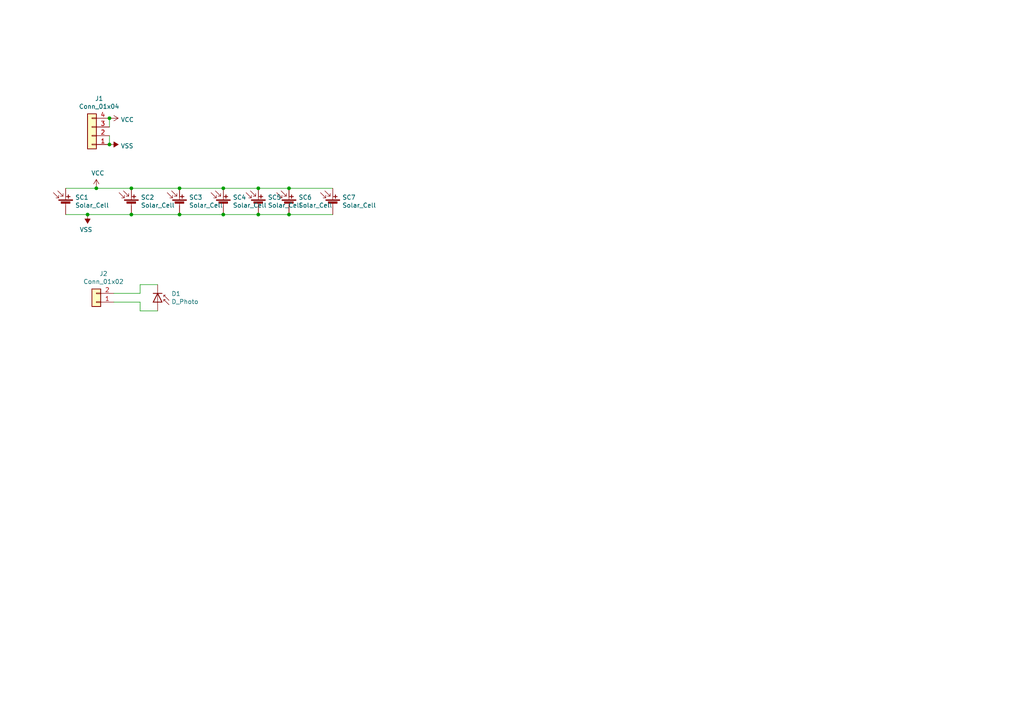
<source format=kicad_sch>
(kicad_sch (version 20211123) (generator eeschema)
  (paper "A4")
  (lib_symbols
    (symbol "Connector_Generic:Conn_01x02" (pin_names (offset 1.016) hide)
      (property "Reference" "J" (at 0 2.54 0))
      (property "Value" "Conn_01x02" (at 0 -5.08 0))
      (symbol "Conn_01x02_1_1"
        (rectangle (start -1.27 -2.413) (end 0 -2.667) (stroke (width 0.1524)))
        (rectangle (start -1.27 0.127) (end 0 -0.127) (stroke (width 0.1524)))
        (rectangle (start -1.27 1.27) (end 1.27 -3.81) (stroke (width 0.254)) (fill (type background)))
        (pin passive line (at -5.08 0 0) (length 3.81) (name "Pin_1") (number "1"))
        (pin passive line (at -5.08 -2.54 0) (length 3.81) (name "Pin_2") (number "2"))
      )
    )
    (symbol "Connector_Generic:Conn_01x04" (pin_names (offset 1.016) hide)
      (property "Reference" "J" (at 0 5.08 0))
      (property "Value" "Conn_01x04" (at 0 -7.62 0))
      (symbol "Conn_01x04_1_1"
        (rectangle (start -1.27 -4.953) (end 0 -5.207) (stroke (width 0.1524)))
        (rectangle (start -1.27 -2.413) (end 0 -2.667) (stroke (width 0.1524)))
        (rectangle (start -1.27 0.127) (end 0 -0.127) (stroke (width 0.1524)))
        (rectangle (start -1.27 2.667) (end 0 2.413) (stroke (width 0.1524)))
        (rectangle (start -1.27 3.81) (end 1.27 -6.35) (stroke (width 0.254)) (fill (type background)))
        (pin passive line (at -5.08 2.54 0) (length 3.81) (name "Pin_1") (number "1"))
        (pin passive line (at -5.08 0 0) (length 3.81) (name "Pin_2") (number "2"))
        (pin passive line (at -5.08 -2.54 0) (length 3.81) (name "Pin_3") (number "3"))
        (pin passive line (at -5.08 -5.08 0) (length 3.81) (name "Pin_4") (number "4"))
      )
    )
    (symbol "Device:D_Photo" (pin_numbers hide) (pin_names hide)
      (property "Reference" "D" (at 0.508 1.778 0))
      (property "Value" "D_Photo" (at -1.016 -2.794 0))
      (symbol "D_Photo_0_1"
        (polyline (pts (xy -2.54 1.27) (xy -2.54 -1.27)) (stroke (width 0.254)))
        (polyline (pts (xy -2.032 1.778) (xy -1.524 1.778)))
        (polyline (pts (xy 0 0) (xy -2.54 0)))
        (polyline (pts (xy -0.508 3.302) (xy -2.032 1.778) (xy -2.032 2.286)))
        (polyline (pts (xy 0 -1.27) (xy 0 1.27) (xy -2.54 0) (xy 0 -1.27)) (stroke (width 0.254)))
        (polyline (pts (xy 0.762 3.302) (xy -0.762 1.778) (xy -0.762 2.286) (xy -0.762 1.778) (xy -0.254 1.778)))
      )
      (symbol "D_Photo_1_1"
        (pin passive line (at -5.08 0 0) (length 2.54) (name "K") (number "1"))
        (pin passive line (at 2.54 0 180) (length 2.54) (name "A") (number "2"))
      )
    )
    (symbol "Device:Solar_Cell" (pin_numbers hide) (pin_names (offset 0) hide)
      (property "Reference" "SC" (at 2.54 2.54 0))
      (property "Value" "Solar_Cell" (at 2.54 0 0))
      (symbol "Solar_Cell_0_1"
        (rectangle (start -2.032 1.778) (end 2.032 1.524) (fill (type outline)))
        (rectangle (start -1.3208 1.1938) (end 1.27 0.6858) (fill (type outline)))
        (polyline (pts (xy -2.032 2.286) (xy -3.556 3.81)))
        (polyline (pts (xy -0.762 2.794) (xy -2.286 4.318)))
        (polyline (pts (xy 0 0.762) (xy 0 0)))
        (polyline (pts (xy 0 1.778) (xy 0 2.54)))
        (polyline (pts (xy 0.254 2.667) (xy 1.27 2.667)) (stroke (width 0.254)))
        (polyline (pts (xy 0.762 3.175) (xy 0.762 2.159)) (stroke (width 0.254)))
        (polyline (pts (xy -2.032 3.048) (xy -2.032 2.286) (xy -2.794 2.286)))
        (polyline (pts (xy -0.762 3.556) (xy -0.762 2.794) (xy -1.524 2.794)))
      )
      (symbol "Solar_Cell_1_1"
        (pin passive line (at 0 5.08 270) (length 2.54) (name "+") (number "1"))
        (pin passive line (at 0 -2.54 90) (length 2.54) (name "-") (number "2"))
      )
    )
    (symbol "power:VCC" (power) (pin_names (offset 0))
      (property "Value" "VCC" (at 0 3.81 0))
      (symbol "VCC_0_1"
        (polyline (pts (xy -0.762 1.27) (xy 0 2.54)))
        (polyline (pts (xy 0 0) (xy 0 2.54)))
        (polyline (pts (xy 0 2.54) (xy 0.762 1.27)))
      )
      (symbol "VCC_1_1"
        (pin power_in line (at 0 0 90) (length 0) hide (name "VCC") (number "1"))
      )
    )
    (symbol "power:VSS" (power) (pin_names (offset 0))
      (property "Value" "VSS" (at 0 3.81 0))
      (symbol "VSS_0_1"
        (polyline (pts (xy 0 0) (xy 0 2.54)))
        (polyline (pts (xy 0.762 1.27) (xy -0.762 1.27) (xy 0 2.54) (xy 0.762 1.27)) (fill (type outline)))
      )
      (symbol "VSS_1_1"
        (pin power_in line (at 0 0 90) (length 0) hide (name "VSS") (number "1"))
      )
    )
  )
  (junction (at 27.94 54.61))
  (junction (at 64.77 62.23))
  (junction (at 38.1 54.61))
  (junction (at 38.1 62.23))
  (junction (at 83.82 62.23))
  (junction (at 64.77 54.61))
  (junction (at 83.82 54.61))
  (junction (at 52.07 62.23))
  (junction (at 31.75 41.91))
  (junction (at 25.4 62.23))
  (junction (at 74.93 54.61))
  (junction (at 52.07 54.61))
  (junction (at 74.93 62.23))
  (junction (at 31.75 34.29))
  (wire (pts (xy 45.72 90.17) (xy 40.64 90.17)))
  (wire (pts (xy 74.93 54.61) (xy 83.82 54.61)))
  (wire (pts (xy 25.4 62.23) (xy 38.1 62.23)))
  (wire (pts (xy 33.02 85.09) (xy 40.64 85.09)))
  (wire (pts (xy 74.93 62.23) (xy 83.82 62.23)))
  (wire (pts (xy 31.75 36.83) (xy 31.75 34.29)))
  (wire (pts (xy 52.07 54.61) (xy 64.77 54.61)))
  (wire (pts (xy 27.94 54.61) (xy 19.05 54.61)))
  (wire (pts (xy 40.64 82.55) (xy 45.72 82.55)))
  (wire (pts (xy 64.77 62.23) (xy 74.93 62.23)))
  (wire (pts (xy 31.75 39.37) (xy 31.75 41.91)))
  (wire (pts (xy 40.64 85.09) (xy 40.64 82.55)))
  (wire (pts (xy 64.77 54.61) (xy 74.93 54.61)))
  (wire (pts (xy 27.94 54.61) (xy 38.1 54.61)))
  (wire (pts (xy 83.82 62.23) (xy 96.52 62.23)))
  (wire (pts (xy 19.05 62.23) (xy 25.4 62.23)))
  (wire (pts (xy 40.64 90.17) (xy 40.64 87.63)))
  (wire (pts (xy 40.64 87.63) (xy 33.02 87.63)))
  (wire (pts (xy 52.07 62.23) (xy 64.77 62.23)))
  (wire (pts (xy 38.1 62.23) (xy 52.07 62.23)))
  (wire (pts (xy 38.1 54.61) (xy 52.07 54.61)))
  (wire (pts (xy 83.82 54.61) (xy 96.52 54.61)))
  (symbol (lib_id "Device:Solar_Cell") (at 38.1 59.69 0) (unit 1)
    (property "Reference" "SC2" (at 40.8432 57.2516 0) (effects (justify left)))
    (property "Value" "Solar_Cell" (at 40.8432 59.563 0) (effects (justify left)))
    (property "Footprint" "CySat:Spectrolabs_UTJ" (effects hide))
  )
  (symbol (lib_id "Device:Solar_Cell") (at 19.05 59.69 0) (unit 1)
    (property "Reference" "SC1" (at 21.7932 57.2516 0) (effects (justify left)))
    (property "Value" "Solar_Cell" (at 21.7932 59.563 0) (effects (justify left)))
    (property "Footprint" "CySat:Spectrolabs_UTJ" (effects hide))
  )
  (symbol (lib_id "power:VCC") (at 27.94 54.61 0) (unit 1)
    (property "Reference" "#PWR02" (effects hide))
    (property "Value" "VCC" (at 28.3718 50.2158 0))
  )
  (symbol (lib_id "power:VSS") (at 25.4 62.23 180) (unit 1)
    (property "Reference" "#PWR01" (effects hide))
    (property "Value" "VSS" (at 24.9428 66.6242 0))
  )
  (symbol (lib_id "Connector_Generic:Conn_01x04") (at 26.67 39.37 180) (unit 1)
    (property "Reference" "J1" (at 28.7528 28.575 0))
    (property "Value" "Conn_01x04" (at 28.7528 30.8864 0))
    (property "Footprint" "Connector_Molex:Molex_PicoBlade_53398-0471_1x04-1MP_P1.25mm_Vertical" (effects hide))
  )
  (symbol (lib_id "power:VSS") (at 31.75 41.91 270) (unit 1)
    (property "Reference" "#PWR04" (effects hide))
    (property "Value" "VSS" (at 35.0012 42.3418 90) (effects (justify left)))
  )
  (symbol (lib_id "power:VCC") (at 31.75 34.29 270) (unit 1)
    (property "Reference" "#PWR03" (effects hide))
    (property "Value" "VCC" (at 35.0012 34.7218 90) (effects (justify left)))
  )
  (symbol (lib_id "Connector_Generic:Conn_01x02") (at 27.94 87.63 180) (unit 1)
    (property "Reference" "J2" (at 30.0228 79.375 0))
    (property "Value" "Conn_01x02" (at 30.0228 81.6864 0))
    (property "Footprint" "Connector_Molex:Molex_PicoBlade_53398-0271_1x02-1MP_P1.25mm_Vertical" (effects hide))
  )
  (symbol (lib_id "Device:D_Photo") (at 45.72 87.63 270) (unit 1)
    (property "Reference" "D1" (at 49.7078 85.1916 90) (effects (justify left)))
    (property "Value" "D_Photo" (at 49.7078 87.503 90) (effects (justify left)))
    (property "Footprint" "Diode_SMD:D_0805_2012Metric" (effects hide))
  )
  (symbol (lib_id "Device:Solar_Cell") (at 52.07 59.69 0) (unit 1)
    (property "Reference" "SC3" (at 54.8132 57.2516 0) (effects (justify left)))
    (property "Value" "Solar_Cell" (at 54.8132 59.563 0) (effects (justify left)))
    (property "Footprint" "CySat:Spectrolabs_UTJ" (effects hide))
  )
  (symbol (lib_id "Device:Solar_Cell") (at 64.77 59.69 0) (unit 1)
    (property "Reference" "SC4" (at 67.5132 57.2516 0) (effects (justify left)))
    (property "Value" "Solar_Cell" (at 67.5132 59.563 0) (effects (justify left)))
    (property "Footprint" "CySat:Spectrolabs_UTJ" (effects hide))
  )
  (symbol (lib_id "Device:Solar_Cell") (at 74.93 59.69 0) (unit 1)
    (property "Reference" "SC5" (at 77.6732 57.2516 0) (effects (justify left)))
    (property "Value" "Solar_Cell" (at 77.6732 59.563 0) (effects (justify left)))
    (property "Footprint" "CySat:Spectrolabs_UTJ" (effects hide))
  )
  (symbol (lib_id "Device:Solar_Cell") (at 83.82 59.69 0) (unit 1)
    (property "Reference" "SC6" (at 86.5632 57.2516 0) (effects (justify left)))
    (property "Value" "Solar_Cell" (at 86.5632 59.563 0) (effects (justify left)))
    (property "Footprint" "CySat:Spectrolabs_UTJ" (effects hide))
  )
  (symbol (lib_id "Device:Solar_Cell") (at 96.52 59.69 0) (unit 1)
    (property "Reference" "SC7" (at 99.2632 57.2516 0) (effects (justify left)))
    (property "Value" "Solar_Cell" (at 99.2632 59.563 0) (effects (justify left)))
    (property "Footprint" "CySat:Spectrolabs_UTJ" (effects hide))
  )
)
</source>
